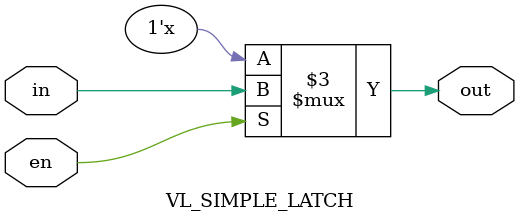
<source format=v>

module VL_SIMPLE_LATCH(out, in, en) ;

   output out;
   input in;
   input en;

   reg out;

   always @(in or en)
     if (en) out = in;

endmodule

</source>
